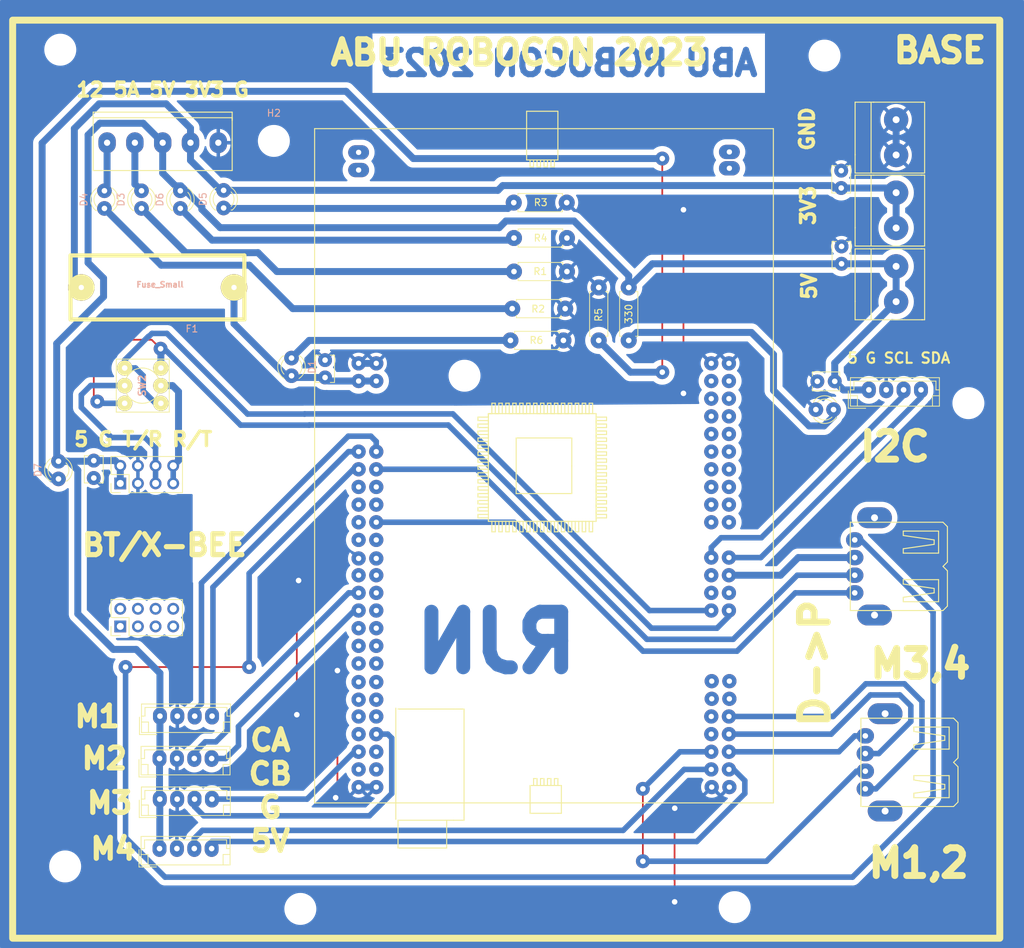
<source format=kicad_pcb>
(kicad_pcb (version 20211014) (generator pcbnew)
  (layers (0 "F.Cu" signal) (31 "B.Cu" signal) (34 "B.Paste" user) (35 "F.Paste" user) (36 "B.SilkS" user "B.Silkscreen") (37 "F.SilkS" user "F.Silkscreen") (38 "B.Mask" user) (39 "F.Mask" user) (44 "Edge.Cuts" user))
  (net 0 "")
  (net 1 "Motor_1_Pwm")
  (net 2 "Motor_3_Pwm")
  (net 3 "Motor_2_Pwm")
  (net 4 "Motor_4_Pwm")
  (net 7 "Motor_1_Enc_1")
  (net 8 "Motor_2_Enc_1")
  (net 9 "Motor_3_Enc_1")
  (net 10 "Motor_4_Enc_1")
  (net 11 "VDD")
  (net 12 "Motor_1_Enc_2")
  (net 13 "Motor_2_Enc_2")
  (net 14 "Motor_3_Enc_2")
  (net 15 "Motor_4_Enc_2")
  (net 16 "TX")
  (net 17 "RX")
  (net 18 "GND")
  (net 19 "5V")
  (net 20 "5A")
  (net 21 "12V")
  (net 53 "Net-(D2-Pad2)")
  (net 54 "Net-(D3-Pad1)")
  (net 56 "M1D")
  (net 57 "M2D")
  (net 58 "M3D")
  (net 59 "M4D")
  (net 65 "SCL")
  (net 66 "SDA")
  (net 67 "Net-(J1-Pad2)")
  (net 79 "Net-(D4-Pad1)")
  (net 80 "Net-(D5-Pad1)")
  (net 81 "Net-(D6-Pad1)")
  (net 82 "Net-(D7-Pad1)")
  (net 83 "Net-(D1-Pad1)")
  (net 84 "3V3")
  (footprint "MountingHole:MountingHole_3mm" (layer "F.Cu") (at 169.672 152.908)
    (fp_text reference "H5" hide)
    (fp_text value "MountingHole")
  )
  (footprint "modfiles:Capacitor_Disc_Small" (layer "F.Cu") (at 110.744 76.708 90)
    (fp_text reference "C1" hide)
    (fp_text value "104nF" hide)
  )
  (footprint "modfiles:jst_4" (layer "F.Cu") (at 86.928 131.526)
    (fp_text reference "M2" hide)
    (fp_text value "Conn_01x04_Female" hide)
  )
  (footprint "Connector_PinHeader_2.54mm:PinHeader_2x04_P2.54mm_Vertical" (layer "F.Cu") (at 81.28 112.522 90)
    (fp_text reference "J3" hide)
    (fp_text value "Conn_01x01_Female" hide)
  )
  (footprint "modfiles:STM32F407_Discovery" (layer "F.Cu") (at 142.24 89.408)
    (fp_text reference "S1" hide)
    (fp_text value "STM32F407_Discovery" hide)
  )
  (footprint "modfiles:LED_D3.0mm" (layer "F.Cu") (at 84.3356 52.3875 90)
    (fp_text reference "D3")
    (fp_text value "LED_Small")
  )
  (footprint "MountingHole:MountingHole_3mm" (layer "F.Cu") (at 182.6 30.4)
    (fp_text reference "H6" hide)
    (fp_text value "MountingHole")
  )
  (footprint "modfiles:jst_4" (layer "F.Cu") (at 86.968 137.368)
    (fp_text reference "M3" hide)
    (fp_text value "Conn_01x04_Female" hide)
  )
  (footprint "MountingHole:MountingHole_3mm" (layer "F.Cu") (at 73.35 147.05)
    (fp_text reference "H8" hide)
    (fp_text value "MountingHole")
  )
  (footprint "modfiles:Connector_USB" (layer "F.Cu") (at 194.818 132.08 -90)
    (fp_text reference "J4" hide)
    (fp_text value "M1,2")
  )
  (footprint "modfiles:Capacitor_Disc_Small" (layer "F.Cu") (at 185 49.45 90)
    (fp_text reference "C5" hide)
    (fp_text value "C_Small")
  )
  (footprint "Connector_PinHeader_2.54mm:PinHeader_2x04_P2.54mm_Vertical" (layer "F.Cu") (at 81.28 91.948 90)
    (fp_text reference "J1" hide)
    (fp_text value "Conn_01x04" hide)
  )
  (footprint "modfiles:Connector_Bornier_2" (layer "F.Cu") (at 192.9 44.7 90)
    (fp_text reference "J7" hide)
    (fp_text value "Conn_01x02_Male")
  )
  (footprint "modfiles:DIP_Switch" (layer "F.Cu") (at 84.582 77.882634 -90)
    (fp_text reference "SW2")
    (fp_text value "SW_SPDT" hide)
  )
  (footprint "modfiles:Capacitor_Disc_Small" (layer "F.Cu") (at 185.05 60.35 90)
    (fp_text reference "C4" hide)
    (fp_text value "C_Small")
  )
  (footprint "modfiles:Resistor_small" (layer "F.Cu") (at 137.89 51.55)
    (fp_text reference "R3")
    (fp_text value "R_Small")
  )
  (footprint "modfiles:LED_D3.0mm" (layer "F.Cu") (at 89.9236 52.3875 90)
    (fp_text reference "D6")
    (fp_text value "LED_Small")
  )
  (footprint "modfiles:Connector_Bornier_2" (layer "F.Cu") (at 192.9 65.8 90)
    (fp_text reference "J2" hide)
    (fp_text value "Conn_01x02_Male")
  )
  (footprint "modfiles:Capacitor_Disc_Small" (layer "F.Cu") (at 77.47 88.666 -90)
    (fp_text reference "C3" hide)
    (fp_text value "104nF" hide)
  )
  (footprint "modfiles:Capacitor_Disc_Small" (layer "F.Cu") (at 184.07 77.262 180)
    (fp_text reference "C2" hide)
    (fp_text value "104nF" hide)
  )
  (footprint "modfiles:Connector_Bornier_2" (layer "F.Cu") (at 192.9 55.2 90)
    (fp_text reference "J6" hide)
    (fp_text value "Conn_01x02_Male")
  )
  (footprint "modfiles:jst_4" (layer "F.Cu") (at 86.988 125.43)
    (fp_text reference "M1" hide)
    (fp_text value "Conn_01x04_Female" hide)
  )
  (footprint "modfiles:Resistor_small" (layer "F.Cu") (at 150.114 63.754 -90)
    (fp_text reference "R5")
    (fp_text value "R_Small")
  )
  (footprint "modfiles:Connector_USB" (layer "F.Cu") (at 193.294 103.886 -90)
    (fp_text reference "J5" hide)
    (fp_text value "M3,4")
  )
  (footprint "modfiles:LED_D3.0mm" (layer "F.Cu") (at 72.39 91.3 90)
    (fp_text reference "D7")
    (fp_text value "LED_Small")
  )
  (footprint "modfiles:Resistor_small" (layer "F.Cu") (at 137.922 61.468)
    (fp_text reference "R1")
    (fp_text value "R_Small")
  )
  (footprint "MountingHole:MountingHole_3mm" (layer "F.Cu") (at 103.378 42.672)
    (fp_text reference "H2")
    (fp_text value "MountingHole")
  )
  (footprint "modfiles:LED_D3.0mm" (layer "F.Cu") (at 105.918 73.914 -90)
    (fp_text reference "D1")
    (fp_text value "LED_Small")
  )
  (footprint "modfiles:new_5_jst_bournier" (layer "F.Cu") (at 82.3836 42.9355)
    (fp_text reference "POW_SPLY1" hide)
    (fp_text value "Conn_01x05" hide)
  )
  (footprint "modfiles:LED_D3.0mm" (layer "F.Cu") (at 79.0016 52.3875 90)
    (fp_text reference "D4")
    (fp_text value "LED_Small")
  )
  (footprint "modfiles:Resistor_small" (layer "F.Cu") (at 137.922 56.642)
    (fp_text reference "R4")
    (fp_text value "R_Small")
  )
  (footprint "modfiles:jst_4" (layer "F.Cu") (at 188.976 78.486)
    (fp_text reference "IMU1" hide)
    (fp_text value "Conn_01x04")
  )
  (footprint "modfiles:jst_4" (layer "F.Cu") (at 86.928 144.48)
    (fp_text reference "M4" hide)
    (fp_text value "Conn_01x04_Female" hide)
  )
  (footprint "MountingHole:MountingHole_3mm" (layer "F.Cu") (at 130.81 76.454)
    (fp_text reference "H1" hide)
    (fp_text value "MountingHole")
  )
  (footprint "MountingHole:MountingHole_3mm" (layer "F.Cu") (at 203.3 80.4)
    (fp_text reference "H4" hide)
    (fp_text value "MountingHole")
  )
  (footprint "modfiles:LED_D3.0mm" (layer "F.Cu") (at 96.15 52.325 90)
    (fp_text reference "D5")
    (fp_text value "LED_Small")
  )
  (footprint "MountingHole:MountingHole_3mm" (layer "F.Cu") (at 72.65 29.55)
    (fp_text reference "H3" hide)
    (fp_text value "MountingHole")
  )
  (footprint "modfiles:Resistor_small" (layer "F.Cu") (at 137.414 71.374)
    (fp_text reference "R6")
    (fp_text value "R_Small")
  )
  (footprint "modfiles:Resistor_small" (layer "F.Cu") (at 137.668 66.802)
    (fp_text reference "R2")
    (fp_text value "R_Small")
  )
  (footprint "modfiles:LED_D3.0mm" (layer "F.Cu") (at 181.356 81.326)
    (fp_text reference "D2" hide)
    (fp_text value "LED" hide)
  )
  (footprint "modfiles:Resistor_small" (layer "F.Cu") (at 154.432 63.754 -90)
    (fp_text reference "MPU1" hide)
    (fp_text value "330")
  )
  (footprint "MountingHole:MountingHole_3mm" (layer "F.Cu") (at 107.188 153.162)
    (fp_text reference "H7" hide)
    (fp_text value "MountingHole")
  )
  (footprint "modfiles:Fuse_Holder" (layer "F.Cu") (at 86.85 63.25 180)
    (fp_text reference "F1")
    (fp_text value "Fuse_Small")
  )
  (gr_rect (start 65.798 25.3) (end 207.812 157.38) (layer "F.SilkS") (width 1) (fill none))
  (gr_text "RJN" (at 135.382 114.808) (layer "B.Cu") (effects (font (size 8 8) (thickness 2)) (justify mirror)))
  (gr_text "ABU ROBOCON 2023\n" (at 145.796 31.496) (layer "B.Cu") (effects (font (size 3.5 3.5) (thickness 0.875)) (justify mirror)))
  (gr_text "5V\n" (at 180.4 63.6 90) (layer "F.SilkS") (effects (font (size 2 2) (thickness 0.5))))
  (gr_text "GND\n" (at 180.1 40.95 90) (layer "F.SilkS") (effects (font (size 2 2) (thickness 0.5))))
  (gr_text "I2C" (at 192.726 86.66) (layer "F.SilkS") (effects (font (size 4 4) (thickness 1))))
  (gr_text "ABU ROBOCON 2023\n" (at 138.684 29.972) (layer "F.SilkS") (effects (font (size 3.5 3.5) (thickness 0.875))))
  (gr_text "5 G SCL SDA\n" (at 193.294 73.914) (layer "F.SilkS") (effects (font (size 1.5 1.5) (thickness 0.3))))
  (gr_text "D->P\n" (at 181.2 117.8 90) (layer "F.SilkS") (effects (font (size 4 4) (thickness 1))))
  (gr_text "3V3" (at 180.25 51.95 90) (layer "F.SilkS") (effects (font (size 2 2) (thickness 0.5))))
  (gr_text "BASE" (at 199.2 29.65) (layer "F.SilkS") (effects (font (size 3.5 3.5) (thickness 0.875))))
  (gr_text "5 G T/R R/T" (at 84.582 85.598) (layer "F.SilkS") (effects (font (size 2 2) (thickness 0.5))))
  (gr_text "12 5A 5V 3V3 G\n" (at 87.376 35.306) (layer "F.SilkS") (effects (font (size 2 2) (thickness 0.5))))
  (gr_text "CA\nCB\nG\n5V\n" (at 102.87 136.144) (layer "F.SilkS") (effects (font (size 3 3) (thickness 0.75))))
  (gr_text "BT/X-BEE\n" (at 87.63 100.838) (layer "F.SilkS") (effects (font (size 3 3) (thickness 0.75))))
  (segment (start 88.9 89.408) (end 89.662 88.646) (width 1) (layer "B.Cu") (net 0))
  (segment (start 89.662 78.74) (end 88.804634 77.882634) (width 1) (layer "B.Cu") (net 0))
  (segment (start 88.9 91.948) (end 88.9 89.408) (width 0.8) (layer "B.Cu") (net 0))
  (segment (start 89.662 88.646) (end 89.662 78.74) (width 1) (layer "B.Cu") (net 0))
  (segment (start 88.804634 77.882634) (end 87.122 77.882634) (width 1) (layer "B.Cu") (net 0))
  (segment (start 156.464 135.89) (end 156.464 146.304) (width 0.25) (layer "F.Cu") (net 1))
  (via (at 156.464 135.89) (size 2) (drill 0.8) (layers "F.Cu" "B.Cu") (net 1))
  (via (at 156.464 146.304) (size 2) (drill 0.8) (layers "F.Cu" "B.Cu") (net 1))
  (segment (start 187.198 133.35) (end 188.468 133.35) (width 0.8) (layer "B.Cu") (net 1))
  (segment (start 156.464 146.304) (end 174.244 146.304) (width 0.8) (layer "B.Cu") (net 1))
  (segment (start 174.244 146.304) (end 187.198 133.35) (width 0.8) (layer "B.Cu") (net 1))
  (segment (start 161.798 130.556) (end 156.464 135.89) (width 0.8) (layer "B.Cu") (net 1))
  (segment (start 166.3065 130.556) (end 161.798 130.556) (width 0.8) (layer "B.Cu") (net 1))
  (segment (start 157.038814 114.376) (end 169.460164 114.376) (width 0.8) (layer "B.Cu") (net 2))
  (segment (start 169.460164 114.376) (end 178.680164 105.156) (width 0.8) (layer "B.Cu") (net 2))
  (segment (start 118.11 89.916) (end 132.578814 89.916) (width 0.8) (layer "B.Cu") (net 2))
  (segment (start 132.578814 89.916) (end 157.038814 114.376) (width 0.8) (layer "B.Cu") (net 2))
  (segment (start 178.680164 105.156) (end 186.944 105.156) (width 0.8) (layer "B.Cu") (net 2))
  (segment (start 184.658 130.556) (end 186.944 128.27) (width 0.8) (layer "B.Cu") (net 3))
  (segment (start 168.8465 130.556) (end 184.658 130.556) (width 0.8) (layer "B.Cu") (net 3))
  (segment (start 186.944 128.27) (end 188.468 128.27) (width 0.8) (layer "B.Cu") (net 3))
  (segment (start 82.042 118.364) (end 99.822 118.364) (width 0.25) (layer "F.Cu") (net 4))
  (via (at 99.822 118.364) (size 2) (drill 0.8) (layers "F.Cu" "B.Cu") (net 4))
  (via (at 82.042 118.364) (size 2) (drill 0.8) (layers "F.Cu" "B.Cu") (net 4))
  (segment (start 82.042 118.364) (end 82.042 142.90527) (width 0.8) (layer "B.Cu") (net 4))
  (segment (start 186.626377 148.59) (end 198.218 136.998377) (width 0.8) (layer "B.Cu") (net 4))
  (segment (start 187.806691 100.076) (end 186.944 100.076) (width 0.8) (layer "B.Cu") (net 4))
  (segment (start 99.822 104.902) (end 114.808 89.916) (width 0.8) (layer "B.Cu") (net 4))
  (segment (start 82.042 142.90527) (end 87.72673 148.59) (width 0.8) (layer "B.Cu") (net 4))
  (segment (start 114.808 89.916) (end 115.57 89.916) (width 0.8) (layer "B.Cu") (net 4))
  (segment (start 99.822 118.364) (end 99.822 104.902) (width 0.8) (layer "B.Cu") (net 4))
  (segment (start 198.218 136.998377) (end 198.218 110.487309) (width 0.8) (layer "B.Cu") (net 4))
  (segment (start 87.72673 148.59) (end 186.626377 148.59) (width 0.8) (layer "B.Cu") (net 4))
  (segment (start 198.218 110.487309) (end 187.806691 100.076) (width 0.8) (layer "B.Cu") (net 4))
  (segment (start 92.964 123.64273) (end 91.988 124.61873) (width 0.8) (layer "B.Cu") (net 7))
  (segment (start 118.11 85.926432) (end 117.334568 85.151) (width 0.8) (layer "B.Cu") (net 7))
  (segment (start 117.334568 85.151) (end 114.08269 85.151) (width 0.8) (layer "B.Cu") (net 7))
  (segment (start 114.08269 85.151) (end 92.964 106.26969) (width 0.8) (layer "B.Cu") (net 7))
  (segment (start 91.988 124.61873) (end 91.988 125.095) (width 0.8) (layer "B.Cu") (net 7))
  (segment (start 92.964 106.26969) (end 92.964 123.64273) (width 0.8) (layer "B.Cu") (net 7))
  (segment (start 118.11 87.376) (end 118.11 85.926432) (width 0.8) (layer "B.Cu") (net 7))
  (segment (start 91.928 131.526) (end 91.928 130.71473) (width 0.8) (layer "B.Cu") (net 8))
  (segment (start 95.029 129.126) (end 96.688 127.467) (width 0.8) (layer "B.Cu") (net 8))
  (segment (start 114.147065 107.696) (end 115.57 107.696) (width 0.8) (layer "B.Cu") (net 8))
  (segment (start 93.51673 129.126) (end 95.029 129.126) (width 0.8) (layer "B.Cu") (net 8))
  (segment (start 96.688 127.467) (end 96.688 125.155065) (width 0.8) (layer "B.Cu") (net 8))
  (segment (start 92.271365 130.371365) (end 93.51673 129.126) (width 0.8) (layer "B.Cu") (net 8))
  (segment (start 96.688 125.155065) (end 114.147065 107.696) (width 0.8) (layer "B.Cu") (net 8))
  (segment (start 93.286 139.768) (end 117.124626 139.768) (width 0.8) (layer "B.Cu") (net 9))
  (segment (start 120.335 128.59) (end 119.761 128.016) (width 0.8) (layer "B.Cu") (net 9))
  (segment (start 120.335 136.557626) (end 120.335 128.59) (width 0.8) (layer "B.Cu") (net 9))
  (segment (start 91.968 138.45) (end 93.286 139.768) (width 0.8) (layer "B.Cu") (net 9))
  (segment (start 117.124626 139.768) (end 120.335 136.557626) (width 0.8) (layer "B.Cu") (net 9))
  (segment (start 91.968 137.368) (end 91.968 138.45) (width 0.8) (layer "B.Cu") (net 9))
  (segment (start 119.761 128.016) (end 118.11 128.016) (width 0.8) (layer "B.Cu") (net 9))
  (segment (start 162.404 133.096) (end 166.3065 133.096) (width 0.8) (layer "B.Cu") (net 10))
  (segment (start 93.086 141.864) (end 153.636 141.864) (width 0.8) (layer "B.Cu") (net 10))
  (segment (start 91.928 143.022) (end 93.086 141.864) (width 0.8) (layer "B.Cu") (net 10))
  (segment (start 91.928 143.464) (end 91.928 143.022) (width 0.8) (layer "B.Cu") (net 10))
  (segment (start 153.636 141.864) (end 162.404 133.096) (width 0.8) (layer "B.Cu") (net 10))
  (segment (start 105.918 76.454) (end 106.172 76.708) (width 1) (layer "B.Cu") (net 11))
  (segment (start 110.744 76.708) (end 111.252 77.216) (width 1) (layer "B.Cu") (net 11))
  (segment (start 105.134598 76.454) (end 105.918 76.454) (width 1) (layer "B.Cu") (net 11))
  (segment (start 97.663 63.246) (end 97.645 63.264) (width 1) (layer "B.Cu") (net 11))
  (segment (start 106.172 76.708) (end 110.744 76.708) (width 1) (layer "B.Cu") (net 11))
  (segment (start 115.57 77.216) (end 118.11 77.216) (width 1) (layer "B.Cu") (net 11))
  (segment (start 111.252 77.216) (end 115.57 77.216) (width 1) (layer "B.Cu") (net 11))
  (segment (start 97.645 63.264) (end 97.645 68.964402) (width 1) (layer "B.Cu") (net 11))
  (segment (start 97.645 68.964402) (end 105.134598 76.454) (width 1) (layer "B.Cu") (net 11))
  (segment (start 114.120432 87.376) (end 115.57 87.376) (width 0.8) (layer "B.Cu") (net 12))
  (segment (start 94.615 124.968) (end 94.615 106.881432) (width 0.8) (layer "B.Cu") (net 12))
  (segment (start 94.488 125.095) (end 94.615 124.968) (width 0.8) (layer "B.Cu") (net 12))
  (segment (start 94.615 106.881432) (end 114.120432 87.376) (width 0.8) (layer "B.Cu") (net 12))
  (segment (start 98.288 126.911374) (end 98.288 129.677) (width 0.8) (layer "B.Cu") (net 13))
  (segment (start 115.57 110.236) (end 114.963374 110.236) (width 0.8) (layer "B.Cu") (net 13))
  (segment (start 98.288 129.677) (end 96.439 131.526) (width 0.8) (layer "B.Cu") (net 13))
  (segment (start 96.439 131.526) (end 94.428 131.526) (width 0.8) (layer "B.Cu") (net 13))
  (segment (start 114.963374 110.236) (end 98.288 126.911374) (width 0.8) (layer "B.Cu") (net 13))
  (segment (start 115.57 130.556) (end 114.963374 130.556) (width 0.8) (layer "B.Cu") (net 14))
  (segment (start 108.151374 137.368) (end 94.468 137.368) (width 0.8) (layer "B.Cu") (net 14))
  (segment (start 114.963374 130.556) (end 108.151374 137.368) (width 0.8) (layer "B.Cu") (net 14))
  (segment (start 94.428 143.464) (end 164.228626 143.464) (width 0.8) (layer "B.Cu") (net 15))
  (segment (start 169.516626 133.096) (end 168.8465 133.096) (width 0.8) (layer "B.Cu") (net 15))
  (segment (start 171.135 134.714374) (end 169.516626 133.096) (width 0.8) (layer "B.Cu") (net 15))
  (segment (start 164.228626 143.464) (end 171.135 136.557626) (width 0.8) (layer "B.Cu") (net 15))
  (segment (start 171.135 136.557626) (end 171.135 134.714374) (width 0.8) (layer "B.Cu") (net 15))
  (segment (start 99.591015 81.966) (end 87.995149 70.370134) (width 0.8) (layer "B.Cu") (net 16))
  (segment (start 107.795258 81.966) (end 99.591015 81.966) (width 0.8) (layer "B.Cu") (net 16))
  (segment (start 84.582 78.644634) (end 86.36 80.422634) (width 0.8) (layer "B.Cu") (net 16))
  (segment (start 157.424298 110.236) (end 129.139298 81.951) (width 0.8) (layer "B.Cu") (net 16))
  (segment (start 81.915 75.342634) (end 83.470634 75.342634) (width 0.8) (layer "B.Cu") (net 16))
  (segment (start 87.995149 70.370134) (end 85.839866 70.370134) (width 0.8) (layer "B.Cu") (net 16))
  (segment (start 86.36 80.422634) (end 87.122 80.422634) (width 0.8) (layer "B.Cu") (net 16))
  (segment (start 83.470634 75.342634) (end 84.582 76.454) (width 0.8) (layer "B.Cu") (net 16))
  (segment (start 85.344 70.770634) (end 81.915 74.199634) (width 0.8) (layer "B.Cu") (net 16))
  (segment (start 84.582 76.454) (end 84.582 78.644634) (width 0.8) (layer "B.Cu") (net 16))
  (segment (start 81.915 74.199634) (end 81.915 75.342634) (width 0.8) (layer "B.Cu") (net 16))
  (segment (start 85.839866 70.370134) (end 85.344 70.866) (width 0.8) (layer "B.Cu") (net 16))
  (segment (start 166.3065 110.236) (end 157.424298 110.236) (width 0.8) (layer "B.Cu") (net 16))
  (segment (start 129.139298 81.951) (end 107.810258 81.951) (width 0.8) (layer "B.Cu") (net 16))
  (segment (start 107.810258 81.951) (end 107.795258 81.966) (width 0.8) (layer "B.Cu") (net 16))
  (segment (start 87.083879 72.570134) (end 85.792379 71.278634) (width 0.25) (layer "F.Cu") (net 17))
  (segment (start 77.47 79.660634) (end 77.978 80.168634) (width 0.25) (layer "F.Cu") (net 17))
  (segment (start 77.47 75.088634) (end 77.47 79.660634) (width 0.25) (layer "F.Cu") (net 17))
  (segment (start 81.28 71.278634) (end 77.47 75.088634) (width 0.25) (layer "F.Cu") (net 17))
  (segment (start 85.792379 71.278634) (end 81.28 71.278634) (width 0.25) (layer "F.Cu") (net 17))
  (via (at 77.978 80.168634) (size 2) (drill 0.8) (layers "F.Cu" "B.Cu") (net 17))
  (via (at 87.083879 72.570134) (size 2) (drill 0.8) (layers "F.Cu" "B.Cu") (net 17))
  (segment (start 167.132 112.776) (end 157.701556 112.776) (width 0.8) (layer "B.Cu") (net 17))
  (segment (start 87.602192 72.570134) (end 87.083879 72.570134) (width 0.8) (layer "B.Cu") (net 17))
  (segment (start 108.473 83.551) (end 108.458 83.566) (width 0.8) (layer "B.Cu") (net 17))
  (segment (start 87.122 75.342634) (end 87.122 72.608255) (width 1) (layer "B.Cu") (net 17))
  (segment (start 98.598058 83.566) (end 87.602192 72.570134) (width 0.8) (layer "B.Cu") (net 17))
  (segment (start 78.232 80.422634) (end 77.978 80.168634) (width 0.8) (layer "B.Cu") (net 17))
  (segment (start 108.458 83.566) (end 98.598058 83.566) (width 0.8) (layer "B.Cu") (net 17))
  (segment (start 168.8465 110.236) (end 168.8465 111.0615) (width 0.8) (layer "B.Cu") (net 17))
  (segment (start 87.122 72.608255) (end 87.083879 72.570134) (width 1) (layer "B.Cu") (net 17))
  (segment (start 168.8465 111.0615) (end 167.132 112.776) (width 0.8) (layer "B.Cu") (net 17))
  (segment (start 128.476556 83.551) (end 108.473 83.551) (width 0.8) (layer "B.Cu") (net 17))
  (segment (start 81.915 80.422634) (end 78.232 80.422634) (width 0.8) (layer "B.Cu") (net 17))
  (segment (start 157.701556 112.776) (end 128.476556 83.551) (width 0.8) (layer "B.Cu") (net 17))
  (segment (start 106.68 105.664) (end 106.934 105.918) (width 1) (layer "F.Cu") (net 18))
  (segment (start 161.025 148.775) (end 161.025 149.098) (width 0.25) (layer "F.Cu") (net 18))
  (segment (start 162.306 52.578) (end 162.306 78.994) (width 0.25) (layer "F.Cu") (net 18))
  (segment (start 161.036 152.146) (end 161.036 148.786) (width 0.25) (layer "F.Cu") (net 18))
  (segment (start 106.68 125.222) (end 106.68 105.664) (width 0.25) (layer "F.Cu") (net 18))
  (segment (start 161.025 148.975) (end 161.025 138.7) (width 0.25) (layer "F.Cu") (net 18))
  (segment (start 112.522 118.872) (end 112.522 136.906) (width 0.25) (layer "F.Cu") (net 18))
  (segment (start 112.522 136.906) (end 112.268 137.16) (width 1) (layer "F.Cu") (net 18))
  (segment (start 161.036 148.786) (end 161.025 148.775) (width 0.25) (layer "F.Cu") (net 18))
  (segment (start 161.025 138.7) (end 161.05 138.675) (width 0.25) (layer "F.Cu") (net 18))
  (via (at 162.306 78.994) (size 2) (drill 0.8) (layers "F.Cu" "B.Cu") (net 18))
  (via (at 162.306 52.578) (size 2) (drill 0.8) (layers "F.Cu" "B.Cu") (net 18))
  (via (at 106.934 105.918) (size 2) (drill 0.8) (layers "F.Cu" "B.Cu") (net 18))
  (via (at 106.68 125.222) (size 2) (drill 0.8) (layers "F.Cu" "B.Cu") (net 18))
  (via (at 112.268 137.16) (size 2) (drill 0.8) (layers "F.Cu" "B.Cu") (net 18))
  (via (at 161.036 152.146) (size 2) (drill 0.8) (layers "F.Cu" "B.Cu") (net 18))
  (via (at 112.522 118.872) (size 2) (drill 0.8) (layers "F.Cu" "B.Cu") (net 18))
  (via (at 161.05 138.675) (size 2) (drill 0.8) (layers "F.Cu" "B.Cu") (net 18))
  (segment (start 192.9 44.7) (end 192.9 39.62) (width 1) (layer "B.Cu") (net 18))
  (segment (start 115.57 74.676) (end 118.11 74.676) (width 1) (layer "B.Cu") (net 18))
  (segment (start 118.11 135.636) (end 115.57 135.636) (width 1) (layer "B.Cu") (net 18))
  (segment (start 185.05 60.35) (end 192.53 60.35) (width 1) (layer "B.Cu") (net 19))
  (segment (start 86.928 137.328) (end 86.968 137.368) (width 1) (layer "B.Cu") (net 19))
  (segment (start 95.654598 55.153) (end 135.8 55.153) (width 1) (layer "B.Cu") (net 19))
  (segment (start 184.07 77.262) (end 185.308 78.5) (width 1) (layer "B.Cu") (net 19))
  (segment (start 135.8 55.153) (end 136.761 54.192) (width 1) (layer "B.Cu") (net 19))
  (segment (start 93.015842 52.514244) (end 95.654598 55.153) (width 1) (layer "B.Cu") (net 19))
  (segment (start 78.327355 40.1355) (end 76.6516 41.811255) (width 1) (layer "B.Cu") (net 19))
  (segment (start 86.988 125.638) (end 86.988 131.466) (width 1) (layer "B.Cu") (net 19))
  (segment (start 77.47 88.666) (end 80.538 88.666) (width 1) (layer "B.Cu") (net 19))
  (segment (start 188.962 78.5) (end 188.976 78.486) (width 1) (layer "B.Cu") (net 19))
  (segment (start 86.928 131.526) (end 86.928 137.328) (width 1) (layer "B.Cu") (net 19))
  (segment (start 72.136 88.76) (end 77.376 88.76) (width 1) (layer "B.Cu") (net 19))
  (segment (start 89.21305 49.13695) (end 89.996452 49.13695) (width 1) (layer "B.Cu") (net 19))
  (segment (start 86.968 143.424) (end 86.928 143.464) (width 1) (layer "B.Cu") (net 19))
  (segment (start 185.308 78.5) (end 188.962 78.5) (width 1) (layer "B.Cu") (net 19))
  (segment (start 78.879 62.430445) (end 78.879 65.085555) (width 1) (layer "B.Cu") (net 19))
  (segment (start 80.282 115.824) (end 83.566 115.824) (width 1) (layer "B.Cu") (net 19))
  (segment (start 75.17 90.055076) (end 75.17 110.712) (width 1) (layer "B.Cu") (net 19))
  (segment (start 87.3836 42.9355) (end 84.5836 40.1355) (width 1) (layer "B.Cu") (net 19))
  (segment (start 72.39 88.76) (end 73.874924 88.76) (width 1) (layer "B.Cu") (net 19))
  (segment (start 146.556824 54.192) (end 154.432 62.067176) (width 1) (layer "B.Cu") (net 19))
  (segment (start 87.3836 47.3075) (end 89.21305 49.13695) (width 1) (layer "B.Cu") (net 19))
  (segment (start 89.21305 49.13695) (end 89.9236 49.8475) (width 1) (layer "B.Cu") (net 19))
  (segment (start 86.988 131.466) (end 86.928 131.526) (width 1) (layer "B.Cu") (net 19))
  (segment (start 89.996452 49.13695) (end 93.015842 52.15634) (width 1) (layer "B.Cu") (net 19))
  (segment (start 157.836 60.35) (end 185.05 60.35) (width 1) (layer "B.Cu") (net 19))
  (segment (start 84.5836 40.1355) (end 78.327355 40.1355) (width 1) (layer "B.Cu") (net 19))
  (segment (start 83.566 115.824) (end 86.988 119.246) (width 1) (layer "B.Cu") (net 19))
  (segment (start 81.28 91.948) (end 81.28 89.408) (width 1) (layer "B.Cu") (net 19))
  (segment (start 154.432 63.754) (end 157.836 60.35) (width 1) (layer "B.Cu") (net 19))
  (segment (start 86.968 137.368) (end 86.968 143.424) (width 1) (layer "B.Cu") (net 19))
  (segment (start 80.538 88.666) (end 81.28 89.408) (width 1) (layer "B.Cu") (net 19))
  (segment (start 192.53 60.35) (end 192.9 60.72) (width 1) (layer "B.Cu") (net 19))
  (segment (start 192.9 60.72) (end 192.9 65.8) (width 1) (layer "B.Cu") (net 19))
  (segment (start 72.136 71.828555) (end 72.136 88.76) (width 1) (layer "B.Cu") (net 19))
  (segment (start 93.015842 52.15634) (end 93.015842 52.514244) (width 1) (layer "B.Cu") (net 19))
  (segment (start 136.761 54.192) (end 146.556824 54.192) (width 1) (layer "B.Cu") (net 19))
  (segment (start 76.6516 60.203045) (end 78.879 62.430445) (width 1) (layer "B.Cu") (net 19))
  (segment (start 77.376 88.76) (end 77.47 88.666) (width 1) (layer "B.Cu") (net 19))
  (segment (start 184.07 74.63) (end 184.07 77.262) (width 1) (layer "B.Cu") (net 19))
  (segment (start 87.3836 42.9355) (end 87.3836 47.3075) (width 1) (layer "B.Cu") (net 19))
  (segment (start 76.6516 41.811255) (end 76.6516 60.203045) (width 1) (layer "B.Cu") (net 19))
  (segment (start 78.879 65.085555) (end 72.136 71.828555) (width 1) (layer "B.Cu") (net 19))
  (segment (start 154.432 62.067176) (end 154.432 63.754) (width 1) (layer "B.Cu") (net 19))
  (segment (start 73.874924 88.76) (end 75.17 90.055076) (width 1) (layer "B.Cu") (net 19))
  (segment (start 86.988 119.246) (end 86.988 125.43) (width 1) (layer "B.Cu") (net 19))
  (segment (start 192.9 65.8) (end 184.07 74.63) (width 1) (layer "B.Cu") (net 19))
  (segment (start 75.17 110.712) (end 80.282 115.824) (width 1) (layer "B.Cu") (net 19))
  (segment (start 83.3836 48.8955) (end 84.3356 49.8475) (width 1) (layer "B.Cu") (net 20))
  (segment (start 83.3836 42.9355) (end 83.3836 48.8955) (width 1) (layer "B.Cu") (net 20))
  (segment (start 79.3836 42.9355) (end 79.3836 49.4655) (width 1) (layer "B.Cu") (net 21))
  (segment (start 79.3836 49.4655) (end 79.0016 49.8475) (width 1) (layer "B.Cu") (net 21))
  (segment (start 183.896 82.304) (end 183.896 81.326) (width 1) (layer "B.Cu") (net 53))
  (segment (start 175.26 78.553402) (end 180.382598 83.676) (width 1) (layer "B.Cu") (net 53))
  (segment (start 155.582 70.224) (end 172.078 70.224) (width 1) (layer "B.Cu") (net 53))
  (segment (start 182.524 83.676) (end 183.896 82.304) (width 1) (layer "B.Cu") (net 53))
  (segment (start 172.078 70.224) (end 175.26 73.406) (width 1) (layer "B.Cu") (net 53))
  (segment (start 154.432 71.374) (end 155.582 70.224) (width 1) (layer "B.Cu") (net 53))
  (segment (start 180.382598 83.676) (end 182.524 83.676) (width 1) (layer "B.Cu") (net 53))
  (segment (start 175.26 73.406) (end 175.26 78.553402) (width 1) (layer "B.Cu") (net 53))
  (segment (start 103.818 61.468) (end 101.103 58.753) (width 1) (layer "B.Cu") (net 54))
  (segment (start 137.922 61.468) (end 103.818 61.468) (width 1) (layer "B.Cu") (net 54))
  (segment (start 101.103 58.753) (end 90.7011 58.753) (width 1) (layer "B.Cu") (net 54))
  (segment (start 90.7011 58.753) (end 84.3356 52.3875) (width 1) (layer "B.Cu") (net 54))
  (segment (start 196.618 129.264) (end 189.992 135.89) (width 0.8) (layer "B.Cu") (net 56))
  (segment (start 196.618 123.298881) (end 196.618 129.264) (width 0.8) (layer "B.Cu") (net 56))
  (segment (start 189.992 135.89) (end 188.468 135.89) (width 0.8) (layer "B.Cu") (net 56))
  (segment (start 188.536881 120.78) (end 194.099119 120.78) (width 0.8) (layer "B.Cu") (net 56))
  (segment (start 183.840881 125.476) (end 188.536881 120.78) (width 0.8) (layer "B.Cu") (net 56))
  (segment (start 194.099119 120.78) (end 196.618 123.298881) (width 0.8) (layer "B.Cu") (net 56))
  (segment (start 168.8465 125.476) (end 183.840881 125.476) (width 0.8) (layer "B.Cu") (net 56))
  (segment (start 195.018 126.198377) (end 190.406377 130.81) (width 0.8) (layer "B.Cu") (net 57))
  (segment (start 195.018 123.961623) (end 195.018 126.198377) (width 0.8) (layer "B.Cu") (net 57))
  (segment (start 193.436377 122.38) (end 195.018 123.961623) (width 0.8) (layer "B.Cu") (net 57))
  (segment (start 190.406377 130.81) (end 188.468 130.81) (width 0.8) (layer "B.Cu") (net 57))
  (segment (start 183.563623 128.016) (end 189.199623 122.38) (width 0.8) (layer "B.Cu") (net 57))
  (segment (start 189.199623 122.38) (end 193.436377 122.38) (width 0.8) (layer "B.Cu") (net 57))
  (segment (start 168.8465 128.016) (end 183.563623 128.016) (width 0.8) (layer "B.Cu") (net 57))
  (segment (start 118.11 97.536) (end 137.936072 97.536) (width 0.8) (layer "B.Cu") (net 58))
  (segment (start 170.020906 116.078) (end 178.402906 107.696) (width 0.8) (layer "B.Cu") (net 58))
  (segment (start 156.478072 116.078) (end 170.020906 116.078) (width 0.8) (layer "B.Cu") (net 58))
  (segment (start 137.936072 97.536) (end 156.478072 116.078) (width 0.8) (layer "B.Cu") (net 58))
  (segment (start 178.402906 107.696) (end 186.944 107.696) (width 0.8) (layer "B.Cu") (net 58))
  (segment (start 176.276 105.156) (end 168.8465 105.156) (width 1) (layer "B.Cu") (net 59))
  (segment (start 178.816 102.616) (end 176.276 105.156) (width 1) (layer "B.Cu") (net 59))
  (segment (start 186.944 102.616) (end 178.816 102.616) (width 1) (layer "B.Cu") (net 59))
  (segment (start 173.51227 99.761) (end 193.976 79.29727) (width 0.8) (layer "B.Cu") (net 65))
  (segment (start 166.3065 102.616) (end 166.3065 101.166432) (width 0.8) (layer "B.Cu") (net 65))
  (segment (start 193.976 79.29727) (end 193.976 78.486) (width 0.8) (layer "B.Cu") (net 65))
  (segment (start 167.711932 99.761) (end 173.51227 99.761) (width 0.8) (layer "B.Cu") (net 65))
  (segment (start 166.3065 101.166432) (end 167.711932 99.761) (width 0.8) (layer "B.Cu") (net 65))
  (segment (start 173.434 102.616) (end 196.476 79.574) (width 0.8) (layer "B.Cu") (net 66))
  (segment (start 196.476 79.574) (end 196.476 78.486) (width 0.8) (layer "B.Cu") (net 66))
  (segment (start 168.8465 102.616) (end 173.434 102.616) (width 0.8) (layer "B.Cu") (net 66))
  (segment (start 77.025308 77.868634) (end 75.678 79.215942) (width 0.8) (layer "B.Cu") (net 67))
  (segment (start 80.01 85.344) (end 84.836 85.344) (width 0.8) (layer "B.Cu") (net 67))
  (segment (start 86.36 86.868) (end 86.36 89.408) (width 0.8) (layer "B.Cu") (net 67))
  (segment (start 75.678 81.012) (end 80.01 85.344) (width 0.8) (layer "B.Cu") (net 67))
  (segment (start 84.836 85.344) (end 86.36 86.868) (width 0.8) (layer "B.Cu") (net 67))
  (segment (start 75.678 79.215942) (end 75.678 81.012) (width 0.8) (layer "B.Cu") (net 67))
  (segment (start 81.901 77.868634) (end 77.025308 77.868634) (width 0.8) (layer "B.Cu") (net 67))
  (segment (start 86.36 91.948) (end 86.36 89.408) (width 0.8) (layer "B.Cu") (net 67))
  (segment (start 81.915 77.882634) (end 81.901 77.868634) (width 1) (layer "B.Cu") (net 67))
  (segment (start 106.102 66.802) (end 99.853 60.553) (width 1) (layer "B.Cu") (net 79))
  (segment (start 99.853 60.553) (end 87.1671 60.553) (width 1) (layer "B.Cu") (net 79))
  (segment (start 87.1671 60.553) (end 79.0016 52.3875) (width 1) (layer "B.Cu") (net 79))
  (segment (start 137.668 66.802) (end 106.102 66.802) (width 1) (layer "B.Cu") (net 79))
  (segment (start 137.922 51.582) (end 137.89 51.55) (width 1) (layer "B.Cu") (net 80))
  (segment (start 137.89 51.55) (end 137.0525 52.3875) (width 1) (layer "B.Cu") (net 80))
  (segment (start 137.0525 52.3875) (end 95.7656 52.3875) (width 1) (layer "B.Cu") (net 80))
  (segment (start 137.922 51.816) (end 137.922 51.582) (width 1) (layer "B.Cu") (net 80))
  (segment (start 137.922 56.642) (end 137.611 56.953) (width 1) (layer "B.Cu") (net 81))
  (segment (start 94.4891 56.953) (end 89.9236 52.3875) (width 1) (layer "B.Cu") (net 81))
  (segment (start 137.611 56.953) (end 94.4891 56.953) (width 1) (layer "B.Cu") (net 81))
  (segment (start 159.258 75.946) (end 159.258 45.212) (width 0.25) (layer "F.Cu") (net 82))
  (via (at 159.258 45.212) (size 2) (drill 0.8) (layers "F.Cu" "B.Cu") (net 82))
  (via (at 159.258 75.946) (size 2) (drill 0.8) (layers "F.Cu" "B.Cu") (net 82))
  (segment (start 77.486416 35.538) (end 70.04 42.984416) (width 1) (layer "B.Cu") (net 82))
  (segment (start 150.114 71.374) (end 154.686 75.946) (width 1) (layer "B.Cu") (net 82))
  (segment (start 70.04 89.874924) (end 71.465076 91.3) (width 1) (layer "B.Cu") (net 82))
  (segment (start 123.444 45.212) (end 113.77 35.538) (width 1) (layer "B.Cu") (net 82))
  (segment (start 154.686 75.946) (end 159.258 75.946) (width 1) (layer "B.Cu") (net 82))
  (segment (start 159.258 45.212) (end 123.444 45.212) (width 1) (layer "B.Cu") (net 82))
  (segment (start 70.04 42.984416) (end 70.04 89.874924) (width 1) (layer "B.Cu") (net 82))
  (segment (start 113.77 35.538) (end 77.486416 35.538) (width 1) (layer "B.Cu") (net 82))
  (segment (start 71.465076 91.3) (end 72.39 91.3) (width 1) (layer "B.Cu") (net 82))
  (segment (start 108.458 71.374) (end 137.414 71.374) (width 1) (layer "B.Cu") (net 83))
  (segment (start 105.918 73.914) (end 108.458 71.374) (width 1) (layer "B.Cu") (net 83))
  (segment (start 96.15 49.785) (end 135.615 49.785) (width 1) (layer "B.Cu") (net 84))
  (segment (start 87.884 37.338) (end 78.232 37.338) (width 1) (layer "B.Cu") (net 84))
  (segment (start 184 49.45) (end 185 49.45) (width 1) (layer "B.Cu") (net 84))
  (segment (start 135.615 49.785) (end 136.3 49.1) (width 1) (layer "B.Cu") (net 84))
  (segment (start 78.232 37.338) (end 74.676 40.894) (width 1) (layer "B.Cu") (net 84))
  (segment (start 95.7031 49.785) (end 96.15 49.785) (width 1) (layer "B.Cu") (net 84))
  (segment (start 136.3 49.1) (end 183.65 49.1) (width 1) (layer "B.Cu") (net 84))
  (segment (start 185 49.45) (end 192.23 49.45) (width 1) (layer "B.Cu") (net 84))
  (segment (start 74.676 40.894) (end 74.676 62.76) (width 1) (layer "B.Cu") (net 84))
  (segment (start 91.3836 45.4655) (end 95.7031 49.785) (width 1) (layer "B.Cu") (net 84))
  (segment (start 74.676 62.76) (end 75.674 63.758) (width 1) (layer "B.Cu") (net 84))
  (segment (start 91.3836 40.8376) (end 87.884 37.338) (width 1) (layer "B.Cu") (net 84))
  (segment (start 91.3836 42.9355) (end 91.3836 45.4655) (width 1) (layer "B.Cu") (net 84))
  (segment (start 91.3836 42.9355) (end 91.3836 40.8376) (width 1) (layer "B.Cu") (net 84))
  (segment (start 183.65 49.1) (end 184 49.45) (width 1) (layer "B.Cu") (net 84))
  (segment (start 192.23 49.45) (end 192.9 50.12) (width 1) (layer "B.Cu") (net 84))
  (segment (start 192.9 50.12) (end 192.9 55.2) (width 1) (layer "B.Cu") (net 84))
  (zone (net 0) (net_name "") (layer "B.Cu") (connect_pads (clearance 0)) (min_thickness 0.254)
    (keepout (tracks allowed) (vias allowed) (pads allowed) (copperpour not_allowed) (footprints allowed))
    (fill (thermal_gap 0.508) (thermal_bridge_width 0.508))
    (polygon (pts (xy 96.774 66.802) (xy 77.978 66.802) (xy 96.774 64.516)))
  )
  (zone (net 0) (net_name "") (layer "B.Cu") (connect_pads (clearance 0)) (min_thickness 0.254)
    (keepout (tracks allowed) (vias allowed) (pads allowed) (copperpour not_allowed) (footprints allowed))
    (fill (thermal_gap 0.508) (thermal_bridge_width 0.508))
    (polygon (pts (xy 91.694 106.172) (xy 93.726 92.456) (xy 91.694 92.456)))
  )
  (zone (net 0) (net_name "") (layer "B.Cu") (connect_pads (clearance 0)) (min_thickness 0.254)
    (keepout (tracks allowed) (vias allowed) (pads allowed) (copperpour not_allowed) (footprints allowed))
    (fill (thermal_gap 0.508) (thermal_bridge_width 0.508))
    (polygon (pts (xy 92.456 93.472) (xy 89.662 93.472) (xy 92.456 92.202)))
  )
  (zone (net 0) (net_name "") (layer "B.Cu") (connect_pads (clearance 0)) (min_thickness 0.254)
    (keepout (tracks allowed) (vias allowed) (pads allowed) (copperpour not_allowed) (footprints allowed))
    (fill (thermal_gap 0.508) (thermal_bridge_width 0.508))
    (polygon (pts (xy 143.256 72.644) (xy 127.254 72.644) (xy 143.256 55.118)))
  )
  (zone (net 0) (net_name "") (layer "B.Cu") (connect_pads (clearance 0)) (min_thickness 0.254)
    (keepout (tracks allowed) (vias allowed) (pads allowed) (copperpour not_allowed) (footprints allowed))
    (fill (thermal_gap 0.508) (thermal_bridge_width 0.508))
    (polygon (pts (xy 165.1 84.074) (xy 128.016 80.772) (xy 165.1 80.518)))
  )
  (zone (net 0) (net_name "") (layer "B.Cu") (connect_pads (clearance 0)) (min_thickness 0.254)
    (keepout (tracks allowed) (vias allowed) (pads allowed) (copperpour not_allowed) (footprints allowed))
    (fill (thermal_gap 0.508) (thermal_bridge_width 0.508))
    (polygon (pts (xy 89.154 146.812) (xy 87.884 145.542) (xy 90.424 145.542)))
  )
  (zone (net 18) (net_name "GND") (layer "B.Cu") (connect_pads (clearance 0)) (min_thickness 0.254) (fill yes (thermal_gap 0.508) (thermal_bridge_width 0.508))
    (polygon (pts (xy 211.298 158.798) (xy 63.978 158.798) (xy 63.978 22.4) (xy 211.298 22.4)))
  )
)
</source>
